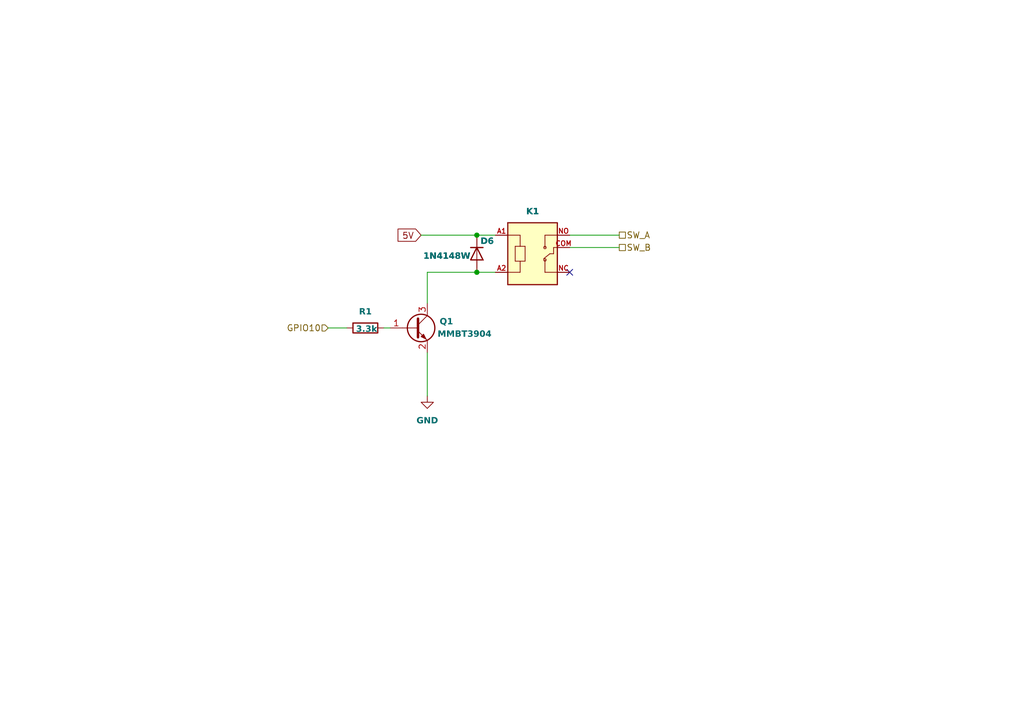
<source format=kicad_sch>
(kicad_sch (version 20250114) (generator "eeschema") (generator_version "9.0")
  (paper "A5")
  (lib_symbols
    (symbol "Device:R" (pin_numbers (hide yes)) (pin_names (offset 0))
      (property "Reference" "R" (at 2.032 0 90))
      (property "Value" "R" (at 0 0 90))
      (symbol "R_0_1"
        (rectangle (start -1.016 -2.54) (end 1.016 2.54) (stroke (width 0.254)))
      )
      (symbol "R_1_1"
        (pin passive line (at 0 3.81 270) (length 1.27) (name "~") (number "1"))
        (pin passive line (at 0 -3.81 90) (length 1.27) (name "~") (number "2"))
      )
    )
    (symbol "Diode:1N4148W" (pin_numbers (hide yes)) (pin_names (hide yes))
      (property "Reference" "D" (at 0 2.54 0))
      (property "Value" "1N4148W" (at 0 -2.54 0))
      (symbol "1N4148W_0_1"
        (polyline (pts (xy -1.27 1.27) (xy -1.27 -1.27)) (stroke (width 0.254)))
        (polyline (pts (xy 1.27 1.27) (xy 1.27 -1.27) (xy -1.27 0) (xy 1.27 1.27)) (stroke (width 0.254)))
        (polyline (pts (xy 1.27 0) (xy -1.27 0)))
      )
      (symbol "1N4148W_1_1"
        (pin passive line (at -3.81 0 0) (length 2.54) (name "K") (number "1"))
        (pin passive line (at 3.81 0 180) (length 2.54) (name "A") (number "2"))
      )
    )
    (symbol "SRD-05VDC-SL-C:SRD-05VDC-SL-C" (pin_names (offset 1.016))
      (property "Reference" "K" (at -5.0809 5.843 0))
      (property "Value" "SRD-05VDC-SL-C" (at -5.0832 -10.1664 0))
      (symbol "SRD-05VDC-SL-C_0_0"
        (polyline (pts (xy -5.08 2.54) (xy -2.54 2.54)) (stroke (width 0.1524)))
        (rectangle (start -5.08 -7.62) (end 5.08 5.08) (stroke (width 0.254)) (fill (type background)))
        (polyline (pts (xy -3.556 0.254) (xy -3.556 -2.794)) (stroke (width 0.1524)))
        (polyline (pts (xy -3.556 -2.794) (xy -2.54 -2.794)) (stroke (width 0.1524)))
        (polyline (pts (xy -2.54 2.54) (xy -2.54 0.254)) (stroke (width 0.1524)))
        (polyline (pts (xy -2.54 0.254) (xy -3.556 0.254)) (stroke (width 0.1524)))
        (polyline (pts (xy -2.54 -2.794) (xy -2.54 -5.08)) (stroke (width 0.1524)))
        (polyline (pts (xy -2.54 -2.794) (xy -1.524 -2.794)) (stroke (width 0.1524)))
        (polyline (pts (xy -2.54 -5.08) (xy -5.08 -5.08)) (stroke (width 0.1524)))
        (polyline (pts (xy -1.524 0.254) (xy -2.54 0.254)) (stroke (width 0.1524)))
        (polyline (pts (xy -1.524 -2.794) (xy -1.524 0.254)) (stroke (width 0.1524)))
        (polyline (pts (xy 2.54 2.54) (xy 2.54 0)) (stroke (width 0.1524)))
        (circle (center 2.54 0) (radius 0.254) (stroke (width 0.1524)))
        (polyline (pts (xy 2.54 -2.54) (xy 2.54 -5.08)) (stroke (width 0.1524)))
        (circle (center 2.54 -2.54) (radius 0.254) (stroke (width 0.1524)))
        (polyline (pts (xy 2.54 -5.08) (xy 5.08 -5.08)) (stroke (width 0.1524)))
        (polyline (pts (xy 3.556 -1.27) (xy 2.286 -2.286)) (stroke (width 0.1524)))
        (polyline (pts (xy 3.556 -1.27) (xy 4.318 -1.27)) (stroke (width 0.1524)))
        (polyline (pts (xy 4.318 0) (xy 5.08 0)) (stroke (width 0.1524)))
        (polyline (pts (xy 4.318 -1.27) (xy 4.318 0)) (stroke (width 0.1524)))
        (polyline (pts (xy 5.08 2.54) (xy 2.54 2.54)) (stroke (width 0.1524)))
        (pin passive line (at -7.62 2.54 0) (length 2.54) (name "~") (number "A1"))
        (pin passive line (at -7.62 -5.08 0) (length 2.54) (name "~") (number "A2"))
        (pin passive line (at 7.62 2.54 180) (length 2.54) (name "~") (number "NO"))
        (pin passive line (at 7.62 0 180) (length 2.54) (name "~") (number "COM"))
        (pin passive line (at 7.62 -5.08 180) (length 2.54) (name "~") (number "NC"))
      )
    )
    (symbol "Transistor_BJT:MMBT3904" (pin_names (offset 0) (hide yes))
      (property "Reference" "Q" (at 5.08 1.905 0))
      (property "Value" "MMBT3904" (at 5.08 0 0))
      (symbol "MMBT3904_0_1"
        (polyline (pts (xy -2.54 0) (xy 0.635 0)))
        (polyline (pts (xy 0.635 1.905) (xy 0.635 -1.905)) (stroke (width 0.508)))
        (circle (center 1.27 0) (radius 2.8194) (stroke (width 0.254)))
      )
      (symbol "MMBT3904_1_1"
        (polyline (pts (xy 0.635 0.635) (xy 2.54 2.54)))
        (polyline (pts (xy 0.635 -0.635) (xy 2.54 -2.54)))
        (polyline (pts (xy 1.27 -1.778) (xy 1.778 -1.27) (xy 2.286 -2.286) (xy 1.27 -1.778)) (fill (type outline)))
        (pin input line (at -5.08 0 0) (length 2.54) (name "B") (number "1"))
        (pin passive line (at 2.54 5.08 270) (length 2.54) (name "C") (number "3"))
        (pin passive line (at 2.54 -5.08 90) (length 2.54) (name "E") (number "2"))
      )
    )
    (symbol "power:GND" (power) (pin_numbers (hide yes)) (pin_names (offset 0) (hide yes))
      (property "Value" "GND" (at 0 -3.81 0))
      (symbol "GND_0_1"
        (polyline (pts (xy 0 0) (xy 0 -1.27) (xy 1.27 -1.27) (xy 0 -2.54) (xy -1.27 -1.27) (xy 0 -1.27)))
      )
      (symbol "GND_1_1"
        (pin power_in line (at 0 0 270) (length 0) (name "~") (number "1"))
      )
    )
  )
  (junction (at 97.79 48.26))
  (junction (at 97.79 55.88))
  (no_connect (at 116.84 55.88))
  (wire (pts (xy 87.63 72.39) (xy 87.63 81.28)))
  (wire (pts (xy 78.74 67.31) (xy 80.01 67.31)))
  (wire (pts (xy 86.36 48.26) (xy 97.79 48.26)))
  (wire (pts (xy 67.31 67.31) (xy 71.12 67.31)))
  (wire (pts (xy 97.79 48.26) (xy 101.6 48.26)))
  (wire (pts (xy 116.84 48.26) (xy 127 48.26)))
  (wire (pts (xy 116.84 50.8) (xy 127 50.8)))
  (wire (pts (xy 87.63 55.88) (xy 97.79 55.88)))
  (wire (pts (xy 87.63 62.23) (xy 87.63 55.88)))
  (wire (pts (xy 97.79 55.88) (xy 101.6 55.88)))
  (global_label "5V" (shape input) (at 86.36 48.26 180) (property "Intersheetrefs" "${INTERSHEET_REFS}" (effects (hide yes))))
  (hierarchical_label "SW_B" (shape passive) (at 127 50.8 0))
  (hierarchical_label "SW_A" (shape passive) (at 127 48.26 0))
  (hierarchical_label "GPIO10" (shape input) (at 67.31 67.31 180))
  (symbol (lib_id "Diode:1N4148W") (at 97.79 52.07 270) (unit 1)
    (property "Reference" "D6" (at 98.552 49.53 90) (effects (justify left)))
    (property "Value" "1N4148W" (at 87.122 52.578 90) (effects (justify left)))
    (property "Footprint" "Diode_SMD:D_SOD-123" (effects (hide yes)))
    (property "Datasheet" "https://www.vishay.com/docs/85748/1n4148w.pdf" (effects (hide yes)))
    (property "Description" "75V 0.15A Fast Switching Diode, SOD-123 1N4148W" (effects (hide yes)))
    (property "Sim.Device" "D" (effects (hide yes)))
    (property "Sim.Pins" "1=K 2=A" (effects (hide yes)))
  )
  (symbol (lib_id "Transistor_BJT:MMBT3904") (at 85.09 67.31 0) (unit 1)
    (property "Reference" "Q1" (at 90.17 66.0399 0) (effects (justify left)))
    (property "Value" "MMBT3904" (at 90.17 68.5799 0) (effects (justify left)))
    (property "Footprint" "Package_TO_SOT_SMD:SOT-23" (effects (hide yes)))
    (property "Datasheet" "https://www.onsemi.com/pdf/datasheet/pzt3904-d.pdf" (effects (hide yes)))
    (property "Description" "0.2A Ic, 40V Vce, Small Signal NPN Transistor, SOT-23 MMBT3904" (effects (hide yes)))
  )
  (symbol (lib_id "SRD-05VDC-SL-C:SRD-05VDC-SL-C") (at 109.22 50.8 0) (unit 1)
    (property "Reference" "K1" (at 109.22 43.434 0))
    (property "Value" "SRD-05VDC-SL-C" (effects (hide yes)))
    (property "Footprint" "SRD-05VDC-SL-C:RELAY_SRD-05VDC-SL-C" (effects (hide yes)))
    (property "Description" "SRD-05VDC-SL-C:RELAY_SRD-05VDC-SL-C" (effects (hide yes)))
    (property "MF" "Songle Relay" (effects (hide yes)))
    (property "Description_1" "5V Trigger Relay Module For Arduino And Raspberry Pi 5V Trigger Relay Module For Arduino And Raspberry Pi" (effects (hide yes)))
    (property "Package" "NON STANDARD-5 Songle Relay" (effects (hide yes)))
    (property "Price" "None" (effects (hide yes)))
    (property "Check_prices" "https://www.snapeda.com/parts/SRD-05VDC-SL-C/Songle+Relay/view-part/?ref=eda" (effects (hide yes)))
    (property "STANDARD" "IPC-7251" (effects (hide yes)))
    (property "SnapEDA_Link" "https://www.snapeda.com/parts/SRD-05VDC-SL-C/Songle+Relay/view-part/?ref=snap" (effects (hide yes)))
    (property "MP" "SRD-05VDC-SL-C" (effects (hide yes)))
    (property "Availability" "In Stock" (effects (hide yes)))
    (property "MANUFACTURER" "SONGLE RELAY" (effects (hide yes)))
  )
  (symbol (lib_id "Device:R") (at 74.93 67.31 90) (unit 1)
    (property "Reference" "R1" (at 74.93 64.008 90))
    (property "Value" "3.3k" (at 75.184 67.564 90))
    (property "Footprint" "Resistor_SMD:R_0603_1608Metric" (effects (hide yes)))
    (property "Description" "Resistor 3.3k" (effects (hide yes)))
  )
  (symbol (lib_id "power:GND") (at 87.63 81.28 0) (unit 1)
    (property "Reference" "#PWR010" (effects (hide yes)))
    (property "Value" "GND" (at 87.63 86.36 0))
    (property "Description" "Power symbol creates a global label with name \"GND\" , ground" (effects (hide yes)))
  )
)
</source>
